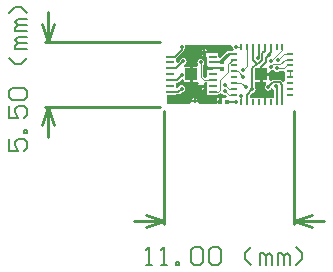
<source format=gtl>
%FSLAX44Y44*%
%MOMM*%
G71*
G01*
G75*
G04 Layer_Physical_Order=1*
G04 Layer_Color=255*
%ADD10R,0.7000X0.2800*%
%ADD11R,1.0000X1.0000*%
%ADD12R,0.4000X0.4000*%
%ADD13R,0.4000X0.4000*%
%ADD14R,0.5000X0.2500*%
%ADD15R,0.2500X0.5000*%
%ADD16C,0.1100*%
%ADD17C,0.1700*%
%ADD18C,0.1400*%
%ADD19C,0.2540*%
%ADD20C,0.1524*%
%ADD21C,0.3500*%
G36*
X578103Y841507D02*
X578102Y841502D01*
X578330Y840351D01*
X578756Y839714D01*
X577813Y837950D01*
X575300D01*
Y837437D01*
X574040D01*
X574040Y837437D01*
X573299Y837290D01*
X572670Y836870D01*
X567548Y831748D01*
X565700Y832513D01*
Y835600D01*
X557611D01*
X556728Y836675D01*
X556529Y835676D01*
X554720D01*
Y833867D01*
X554754Y833874D01*
X555047Y833633D01*
X556300Y831758D01*
Y830400D01*
Y825400D01*
Y824000D01*
X561003D01*
Y822000D01*
X556300D01*
Y820400D01*
Y815712D01*
X554452Y814947D01*
X552820Y816579D01*
Y825758D01*
X553053Y825913D01*
X553705Y826889D01*
X553934Y828040D01*
X553705Y829191D01*
X553053Y830167D01*
X552077Y830819D01*
X550926Y831048D01*
X549775Y830819D01*
X548799Y830167D01*
X548147Y829191D01*
X547918Y828040D01*
X548147Y826889D01*
X548765Y825964D01*
X548495Y825459D01*
X547654Y824200D01*
X544000D01*
Y817997D01*
Y811800D01*
X548459D01*
X549039Y809886D01*
X548799Y809725D01*
X548147Y808750D01*
X548117Y808599D01*
X553735D01*
X553705Y808750D01*
X553309Y809342D01*
X554252Y811106D01*
X556300D01*
Y810400D01*
Y805400D01*
Y800400D01*
X565700D01*
Y801126D01*
X566992Y801661D01*
X567217Y801886D01*
X569208Y801690D01*
X569373Y801442D01*
X570349Y800790D01*
X571500Y800561D01*
X572842Y799548D01*
D01*
X572077Y797700D01*
X568501D01*
Y794497D01*
X567504D01*
Y793500D01*
X564301D01*
Y792947D01*
X550385D01*
X549460Y793565D01*
X548699Y794492D01*
X548655Y794274D01*
X543037D01*
X542993Y794492D01*
X542232Y793565D01*
X541307Y792947D01*
X522447D01*
Y800400D01*
X529700D01*
Y800910D01*
X531728D01*
X532528Y801069D01*
X533206Y801522D01*
X534627Y802943D01*
X534670Y802934D01*
X535821Y803163D01*
X536797Y803815D01*
X537449Y804791D01*
X537678Y805942D01*
X537449Y807093D01*
X536797Y808069D01*
X535821Y808721D01*
X534670Y808950D01*
X533519Y808721D01*
X532543Y808069D01*
X531891Y807093D01*
X530526Y806199D01*
X529700Y806541D01*
Y810400D01*
Y810910D01*
X530670D01*
X531469Y811069D01*
X532147Y811522D01*
X534627Y814001D01*
X534670Y813993D01*
X535254Y814109D01*
X536676Y812942D01*
X536800Y812756D01*
Y811800D01*
X542000D01*
Y817997D01*
Y824200D01*
X536850D01*
X536654Y826190D01*
X537091Y826277D01*
X538067Y826929D01*
X538719Y827905D01*
X538948Y829056D01*
X538719Y830207D01*
X538067Y831183D01*
X537091Y831835D01*
X535940Y832064D01*
X534789Y831835D01*
X533813Y831183D01*
X533161Y830207D01*
X532932Y829056D01*
X532941Y829013D01*
X531548Y827620D01*
X529700Y828385D01*
Y830400D01*
Y831198D01*
X530186Y831522D01*
X536148Y837484D01*
X536148Y837484D01*
X536148Y837484D01*
X536601Y838162D01*
X536733Y838824D01*
X536797Y838867D01*
X537449Y839843D01*
X537678Y840994D01*
X537449Y842145D01*
X537934Y843053D01*
X576834D01*
X578103Y841507D01*
D02*
G37*
G36*
X613315Y820833D02*
X614291Y820181D01*
X615442Y819952D01*
X616593Y820181D01*
X617569Y820833D01*
X617724Y821066D01*
X621005D01*
X622300Y820200D01*
Y818050D01*
D01*
X622300Y818050D01*
X622300Y817950D01*
X622300D01*
Y813050D01*
D01*
X622300Y813050D01*
X622300Y812950D01*
X622300D01*
Y812200D01*
X620452Y811434D01*
X619035Y812852D01*
X618406Y813271D01*
X618283Y813296D01*
X617665Y813419D01*
X617665Y813419D01*
X612140D01*
X611399Y813271D01*
X610770Y812852D01*
X610770Y812851D01*
X610308Y812389D01*
X608460Y813154D01*
Y816930D01*
X603260D01*
Y811730D01*
X605887D01*
X606467Y809816D01*
X605724Y809319D01*
X605072Y808343D01*
X604843Y807192D01*
X605072Y806041D01*
X605724Y805065D01*
X606699Y804413D01*
X607850Y804184D01*
X609002Y804413D01*
X609977Y805065D01*
X610629Y806041D01*
X610629D01*
D01*
X612299Y805593D01*
X612299Y805593D01*
Y805593D01*
X613063Y805083D01*
Y798200D01*
X612550Y798200D01*
D01*
X612450D01*
Y798200D01*
X607550D01*
D01*
D01*
X607550Y798200D01*
X607450D01*
Y798200D01*
X606000D01*
Y794497D01*
X604000D01*
Y798200D01*
X602550D01*
D01*
D01*
X602550Y798200D01*
X602450D01*
Y798200D01*
X597550D01*
D01*
D01*
X597550Y798200D01*
X597450D01*
Y798200D01*
X592949D01*
X592183Y800048D01*
X594317Y802181D01*
X594360Y802172D01*
X595511Y802401D01*
X596487Y803053D01*
X597139Y804029D01*
X597368Y805180D01*
X597139Y806331D01*
X596487Y807307D01*
X596450Y807331D01*
Y811730D01*
X601260D01*
Y817932D01*
X602257D01*
Y818930D01*
X608460D01*
Y819974D01*
X610006Y821243D01*
X610108Y821222D01*
X611259Y821451D01*
X611259D01*
X612663Y821809D01*
Y821809D01*
X613315Y820833D01*
D02*
G37*
%LPC*%
G36*
X546846Y798083D02*
Y796274D01*
X548655D01*
X548625Y796425D01*
X547973Y797401D01*
X546997Y798053D01*
X546846Y798083D01*
D02*
G37*
G36*
X549926Y806599D02*
X548117D01*
X548147Y806448D01*
X548799Y805472D01*
X549775Y804820D01*
X549926Y804790D01*
Y806599D01*
D02*
G37*
G36*
X566501Y797700D02*
X564301D01*
Y795500D01*
X566501D01*
Y797700D01*
D02*
G37*
G36*
X544846Y798083D02*
X544695Y798053D01*
X543719Y797401D01*
X543067Y796425D01*
X543037Y796274D01*
X544846D01*
Y798083D01*
D02*
G37*
G36*
X552720Y835676D02*
X550911D01*
X550941Y835525D01*
X551593Y834549D01*
X552569Y833897D01*
X552720Y833867D01*
Y835676D01*
D02*
G37*
G36*
Y839485D02*
X552569Y839455D01*
X551593Y838803D01*
X550941Y837827D01*
X550911Y837676D01*
X552720D01*
Y839485D01*
D02*
G37*
G36*
X553735Y806599D02*
X551926D01*
Y804790D01*
X552077Y804820D01*
X553053Y805472D01*
X553705Y806448D01*
X553735Y806599D01*
D02*
G37*
G36*
X554720Y839485D02*
Y837676D01*
X556529D01*
X556499Y837827D01*
X555847Y838803D01*
X554871Y839455D01*
X554720Y839485D01*
D02*
G37*
%LPD*%
D10*
X561000Y833000D02*
D03*
Y828000D02*
D03*
Y823000D02*
D03*
Y818000D02*
D03*
Y813000D02*
D03*
Y808000D02*
D03*
Y803000D02*
D03*
X525000D02*
D03*
Y808000D02*
D03*
Y813000D02*
D03*
Y818000D02*
D03*
Y823000D02*
D03*
Y828000D02*
D03*
Y833000D02*
D03*
D11*
X543000Y818000D02*
D03*
X602260Y817930D02*
D03*
D12*
X568501Y822502D02*
D03*
Y828502D02*
D03*
D13*
X573501Y794500D02*
D03*
X567501D02*
D03*
D14*
X626000Y835500D02*
D03*
Y830500D02*
D03*
Y825500D02*
D03*
Y820500D02*
D03*
Y815500D02*
D03*
Y810500D02*
D03*
Y805500D02*
D03*
Y800500D02*
D03*
X579000D02*
D03*
Y805500D02*
D03*
Y810500D02*
D03*
Y815500D02*
D03*
Y820500D02*
D03*
Y825500D02*
D03*
Y830500D02*
D03*
Y835500D02*
D03*
D15*
X620000Y794500D02*
D03*
X615000D02*
D03*
X610000D02*
D03*
X605000D02*
D03*
X600000D02*
D03*
X595000D02*
D03*
X590000D02*
D03*
X585000D02*
D03*
Y841500D02*
D03*
X590000D02*
D03*
X595000D02*
D03*
X600000D02*
D03*
X605000D02*
D03*
X610000D02*
D03*
X615000D02*
D03*
X620000D02*
D03*
D16*
X581109Y841502D02*
X585000D01*
Y841500D02*
Y841502D01*
X590000Y824696D02*
Y841500D01*
X586994Y821690D02*
X590000Y824696D01*
X626000Y820500D02*
X626000Y815500D01*
X626000D02*
X626000D01*
X610108Y824230D02*
X612394Y826516D01*
X618316D01*
X622300Y830500D01*
X626000D01*
X623545Y825500D02*
X626000D01*
X621005Y822960D02*
X623545Y825500D01*
X615442Y822960D02*
X621005D01*
X577775Y830500D02*
X579000D01*
X573786Y826511D02*
X577775Y830500D01*
X573786Y819516D02*
Y826511D01*
X567253Y812983D02*
X573786Y819516D01*
X567253Y804600D02*
Y812983D01*
X565653Y803000D02*
X567253Y804600D01*
X561000Y803000D02*
X565653D01*
X619760Y838962D02*
X620000Y841500D01*
X610108Y829310D02*
X619760Y838962D01*
X550926Y815794D02*
Y828040D01*
Y815794D02*
X553720Y813000D01*
X561000D01*
X621378Y835500D02*
X626000D01*
X615950Y830072D02*
X621378Y835500D01*
X585000Y794500D02*
Y799846D01*
X574569Y800500D02*
X579000D01*
X571500Y803569D02*
X574569Y800500D01*
X574736Y805500D02*
X579000D01*
X571500Y808736D02*
X574736Y805500D01*
X585160Y810500D02*
X588828Y806832D01*
X579000Y810500D02*
X585160D01*
X582168Y820500D02*
X586994Y815674D01*
X579000Y820500D02*
X582168D01*
D17*
X531728Y803000D02*
X534670Y805942D01*
X525000Y803000D02*
X531728D01*
X530670Y813000D02*
X534670Y817001D01*
X525000Y813000D02*
X530670D01*
X529884Y823000D02*
X535940Y829056D01*
X525000Y823000D02*
X529884D01*
X534670Y838962D02*
Y840994D01*
X528708Y833000D02*
X534670Y838962D01*
X525000Y833000D02*
X528708D01*
X605000Y837760D02*
Y841500D01*
X602901Y835660D02*
X605000Y837760D01*
X600456Y827628D02*
X602901Y830073D01*
X590000Y800820D02*
X594360Y805180D01*
X590000Y794500D02*
Y800820D01*
X602901Y830073D02*
Y835660D01*
X598932Y827628D02*
X600456D01*
X594360Y805180D02*
Y823056D01*
X573501Y794500D02*
X580644D01*
X605000D02*
Y802132D01*
X602260Y804872D02*
X605000Y802132D01*
X602260Y804872D02*
Y817930D01*
X606308Y832114D02*
X608584Y834390D01*
X610000Y836460D01*
Y841500D01*
X606308Y828547D02*
Y832114D01*
X602260Y817930D02*
X602260Y824500D01*
X598932Y831596D02*
X600000Y832664D01*
Y841500D01*
X543000Y825956D02*
X553720Y836676D01*
X543000Y818000D02*
Y825956D01*
X602260Y824500D02*
X606308Y828547D01*
X553720Y836676D02*
X554726Y835670D01*
Y825014D02*
Y835670D01*
Y825014D02*
X556740Y823000D01*
X561000D01*
X568002D02*
X568501Y822502D01*
X561000Y823000D02*
X568002D01*
X550926Y802519D02*
Y807599D01*
Y802519D02*
X558945Y794500D01*
X567501D01*
X545846Y807599D02*
X550926D01*
X543000Y810444D02*
X545846Y807599D01*
X543000Y810444D02*
Y818000D01*
X545846Y802519D02*
X550926Y807599D01*
X545846Y795274D02*
Y802519D01*
X598209Y826905D02*
X598932Y827628D01*
X595000Y830114D02*
Y841500D01*
X594360Y823056D02*
X598209Y826905D01*
X598932Y827628D01*
X595000Y830114D02*
X598209Y826905D01*
D18*
X620000Y794500D02*
Y809147D01*
X617665Y811482D02*
X620000Y809147D01*
X612140Y811482D02*
X617665D01*
X607850Y807192D02*
X612140Y811482D01*
X615000Y794500D02*
Y807146D01*
X614426Y807720D02*
X615000Y807146D01*
X575499Y835500D02*
X579000D01*
X561000Y828000D02*
X566540D01*
X567771Y829231D01*
X574040Y835500D01*
X568501Y828502D02*
X575499Y835500D01*
X574040D02*
X575499D01*
X579000D01*
D19*
X419360Y845500D02*
X516260D01*
X419360Y790500D02*
X516260D01*
X421900Y765100D02*
Y790500D01*
Y845500D02*
Y870900D01*
X416820Y775260D02*
X421900Y790500D01*
X426980Y775260D01*
X421900Y845500D02*
X426980Y860740D01*
X416820D02*
X421900Y845500D01*
X630000Y690880D02*
Y786760D01*
X520000Y690880D02*
Y786760D01*
X494600Y693420D02*
X520000D01*
X630000D02*
X655400D01*
X504760Y698500D02*
X520000Y693420D01*
X504760Y688340D02*
X520000Y693420D01*
X630000D02*
X645240Y688340D01*
X630000Y693420D02*
X645240Y698500D01*
D20*
X388382Y763152D02*
Y752996D01*
X395999D01*
X393460Y758074D01*
Y760613D01*
X395999Y763152D01*
X401078D01*
X403617Y760613D01*
Y755535D01*
X401078Y752996D01*
X403617Y768231D02*
X401078D01*
Y770770D01*
X403617D01*
Y768231D01*
X388382Y791083D02*
Y780927D01*
X395999D01*
X393460Y786005D01*
Y788544D01*
X395999Y791083D01*
X401078D01*
X403617Y788544D01*
Y783466D01*
X401078Y780927D01*
X390921Y796162D02*
X388382Y798701D01*
Y803779D01*
X390921Y806318D01*
X401078D01*
X403617Y803779D01*
Y798701D01*
X401078Y796162D01*
X390921D01*
X403617Y831710D02*
X398539Y826632D01*
X393460D01*
X388382Y831710D01*
X403617Y839328D02*
X393460D01*
Y841867D01*
X395999Y844406D01*
X403617D01*
X395999D01*
X393460Y846945D01*
X395999Y849484D01*
X403617D01*
Y854563D02*
X393460D01*
Y857102D01*
X395999Y859641D01*
X403617D01*
X395999D01*
X393460Y862180D01*
X395999Y864719D01*
X403617D01*
Y869798D02*
X398539Y874876D01*
X393460D01*
X388382Y869798D01*
X504917Y656854D02*
X509996D01*
X507457D01*
Y672089D01*
X504917Y669550D01*
X517613Y656854D02*
X522692D01*
X520153D01*
Y672089D01*
X517613Y669550D01*
X530309Y656854D02*
Y659393D01*
X532848D01*
Y656854D01*
X530309D01*
X543005Y669550D02*
X545544Y672089D01*
X550623D01*
X553162Y669550D01*
Y659393D01*
X550623Y656854D01*
X545544D01*
X543005Y659393D01*
Y669550D01*
X558240D02*
X560779Y672089D01*
X565858D01*
X568397Y669550D01*
Y659393D01*
X565858Y656854D01*
X560779D01*
X558240Y659393D01*
Y669550D01*
X593789Y656854D02*
X588710Y661932D01*
Y667011D01*
X593789Y672089D01*
X601406Y656854D02*
Y667011D01*
X603945D01*
X606485Y664471D01*
Y656854D01*
Y664471D01*
X609024Y667011D01*
X611563Y664471D01*
Y656854D01*
X616641D02*
Y667011D01*
X619180D01*
X621720Y664471D01*
Y656854D01*
Y664471D01*
X624259Y667011D01*
X626798Y664471D01*
Y656854D01*
X631876D02*
X636955Y661932D01*
Y667011D01*
X631876Y672089D01*
D21*
X581109Y841502D02*
D03*
X586994Y821690D02*
D03*
X534670Y805942D02*
D03*
Y817001D02*
D03*
X535940Y829056D02*
D03*
X607850Y807192D02*
D03*
X614426Y807720D02*
D03*
X534670Y840994D02*
D03*
X580644Y794500D02*
D03*
X594360Y805180D02*
D03*
X610108Y824230D02*
D03*
X615442Y822960D02*
D03*
X610108Y829310D02*
D03*
X550926Y828040D02*
D03*
X615950Y830072D02*
D03*
X585000Y799846D02*
D03*
X571500Y803569D02*
D03*
Y808736D02*
D03*
X588828Y806832D02*
D03*
X586994Y815674D02*
D03*
X598932Y831596D02*
D03*
X608584Y834390D02*
D03*
X553720Y836676D02*
D03*
X550926Y807599D02*
D03*
X545846Y795274D02*
D03*
M02*

</source>
